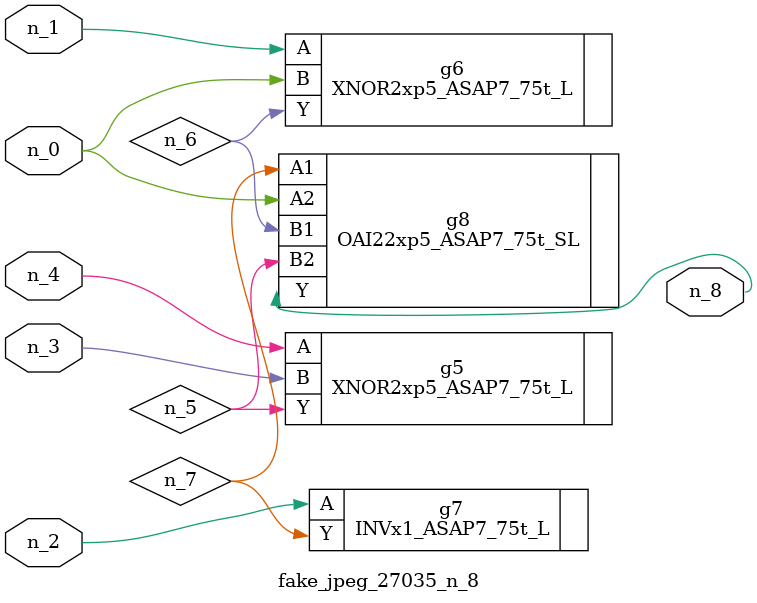
<source format=v>
module fake_jpeg_27035_n_8 (n_3, n_2, n_1, n_0, n_4, n_8);

input n_3;
input n_2;
input n_1;
input n_0;
input n_4;

output n_8;

wire n_6;
wire n_5;
wire n_7;

XNOR2xp5_ASAP7_75t_L g5 ( 
.A(n_4),
.B(n_3),
.Y(n_5)
);

XNOR2xp5_ASAP7_75t_L g6 ( 
.A(n_1),
.B(n_0),
.Y(n_6)
);

INVx1_ASAP7_75t_L g7 ( 
.A(n_2),
.Y(n_7)
);

OAI22xp5_ASAP7_75t_SL g8 ( 
.A1(n_7),
.A2(n_0),
.B1(n_6),
.B2(n_5),
.Y(n_8)
);


endmodule
</source>
